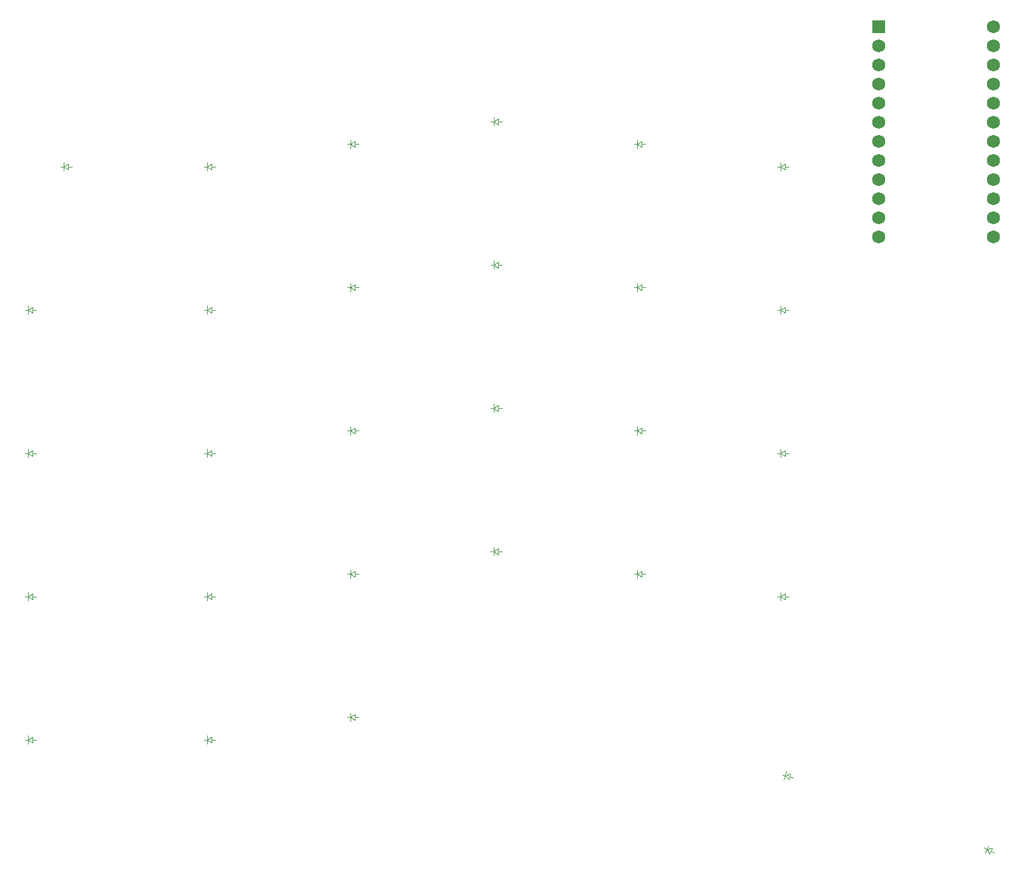
<source format=gbr>
%TF.GenerationSoftware,KiCad,Pcbnew,7.0.2-6a45011f42~172~ubuntu22.04.1*%
%TF.CreationDate,2023-05-03T20:51:48-04:00*%
%TF.ProjectId,left,6c656674-2e6b-4696-9361-645f70636258,v1.0.0*%
%TF.SameCoordinates,Original*%
%TF.FileFunction,Legend,Top*%
%TF.FilePolarity,Positive*%
%FSLAX46Y46*%
G04 Gerber Fmt 4.6, Leading zero omitted, Abs format (unit mm)*
G04 Created by KiCad (PCBNEW 7.0.2-6a45011f42~172~ubuntu22.04.1) date 2023-05-03 20:51:48*
%MOMM*%
%LPD*%
G01*
G04 APERTURE LIST*
%ADD10C,0.100000*%
%ADD11C,1.752600*%
%ADD12R,1.752600X1.752600*%
G04 APERTURE END LIST*
D10*
%TO.C,D29*%
X172850525Y-145984729D02*
X173303679Y-146196038D01*
X172681478Y-146347252D02*
X172306740Y-145731158D01*
X173019572Y-145622205D02*
X172681478Y-146347252D01*
X172306740Y-145731158D02*
X173019572Y-145622205D01*
X172306740Y-145731158D02*
X172074300Y-146229627D01*
X172306740Y-145731158D02*
X172539180Y-145232688D01*
X171944217Y-145562110D02*
X172306740Y-145731158D01*
%TO.C,D1*%
X45487500Y-131200000D02*
X45987500Y-131200000D01*
X45487500Y-131600000D02*
X44887500Y-131200000D01*
X45487500Y-130800000D02*
X45487500Y-131600000D01*
X44887500Y-131200000D02*
X45487500Y-130800000D01*
X44887500Y-131200000D02*
X44887500Y-131750000D01*
X44887500Y-131200000D02*
X44887500Y-130650000D01*
X44487500Y-131200000D02*
X44887500Y-131200000D01*
%TO.C,D2*%
X45487500Y-112150000D02*
X45987500Y-112150000D01*
X45487500Y-112550000D02*
X44887500Y-112150000D01*
X45487500Y-111750000D02*
X45487500Y-112550000D01*
X44887500Y-112150000D02*
X45487500Y-111750000D01*
X44887500Y-112150000D02*
X44887500Y-112700000D01*
X44887500Y-112150000D02*
X44887500Y-111600000D01*
X44487500Y-112150000D02*
X44887500Y-112150000D01*
%TO.C,D3*%
X45487500Y-93100000D02*
X45987500Y-93100000D01*
X45487500Y-93500000D02*
X44887500Y-93100000D01*
X45487500Y-92700000D02*
X45487500Y-93500000D01*
X44887500Y-93100000D02*
X45487500Y-92700000D01*
X44887500Y-93100000D02*
X44887500Y-93650000D01*
X44887500Y-93100000D02*
X44887500Y-92550000D01*
X44487500Y-93100000D02*
X44887500Y-93100000D01*
%TO.C,D4*%
X45487500Y-74050000D02*
X45987500Y-74050000D01*
X45487500Y-74450000D02*
X44887500Y-74050000D01*
X45487500Y-73650000D02*
X45487500Y-74450000D01*
X44887500Y-74050000D02*
X45487500Y-73650000D01*
X44887500Y-74050000D02*
X44887500Y-74600000D01*
X44887500Y-74050000D02*
X44887500Y-73500000D01*
X44487500Y-74050000D02*
X44887500Y-74050000D01*
%TO.C,D5*%
X50250000Y-55000000D02*
X50750000Y-55000000D01*
X50250000Y-55400000D02*
X49650000Y-55000000D01*
X50250000Y-54600000D02*
X50250000Y-55400000D01*
X49650000Y-55000000D02*
X50250000Y-54600000D01*
X49650000Y-55000000D02*
X49650000Y-55550000D01*
X49650000Y-55000000D02*
X49650000Y-54450000D01*
X49250000Y-55000000D02*
X49650000Y-55000000D01*
%TO.C,D6*%
X69300000Y-131200000D02*
X69800000Y-131200000D01*
X69300000Y-131600000D02*
X68700000Y-131200000D01*
X69300000Y-130800000D02*
X69300000Y-131600000D01*
X68700000Y-131200000D02*
X69300000Y-130800000D01*
X68700000Y-131200000D02*
X68700000Y-131750000D01*
X68700000Y-131200000D02*
X68700000Y-130650000D01*
X68300000Y-131200000D02*
X68700000Y-131200000D01*
%TO.C,D7*%
X69300000Y-112150000D02*
X69800000Y-112150000D01*
X69300000Y-112550000D02*
X68700000Y-112150000D01*
X69300000Y-111750000D02*
X69300000Y-112550000D01*
X68700000Y-112150000D02*
X69300000Y-111750000D01*
X68700000Y-112150000D02*
X68700000Y-112700000D01*
X68700000Y-112150000D02*
X68700000Y-111600000D01*
X68300000Y-112150000D02*
X68700000Y-112150000D01*
%TO.C,D8*%
X69300000Y-93100000D02*
X69800000Y-93100000D01*
X69300000Y-93500000D02*
X68700000Y-93100000D01*
X69300000Y-92700000D02*
X69300000Y-93500000D01*
X68700000Y-93100000D02*
X69300000Y-92700000D01*
X68700000Y-93100000D02*
X68700000Y-93650000D01*
X68700000Y-93100000D02*
X68700000Y-92550000D01*
X68300000Y-93100000D02*
X68700000Y-93100000D01*
%TO.C,D9*%
X69300000Y-74050000D02*
X69800000Y-74050000D01*
X69300000Y-74450000D02*
X68700000Y-74050000D01*
X69300000Y-73650000D02*
X69300000Y-74450000D01*
X68700000Y-74050000D02*
X69300000Y-73650000D01*
X68700000Y-74050000D02*
X68700000Y-74600000D01*
X68700000Y-74050000D02*
X68700000Y-73500000D01*
X68300000Y-74050000D02*
X68700000Y-74050000D01*
%TO.C,D10*%
X69300000Y-55000000D02*
X69800000Y-55000000D01*
X69300000Y-55400000D02*
X68700000Y-55000000D01*
X69300000Y-54600000D02*
X69300000Y-55400000D01*
X68700000Y-55000000D02*
X69300000Y-54600000D01*
X68700000Y-55000000D02*
X68700000Y-55550000D01*
X68700000Y-55000000D02*
X68700000Y-54450000D01*
X68300000Y-55000000D02*
X68700000Y-55000000D01*
%TO.C,D11*%
X88350000Y-128200000D02*
X88850000Y-128200000D01*
X88350000Y-128600000D02*
X87750000Y-128200000D01*
X88350000Y-127800000D02*
X88350000Y-128600000D01*
X87750000Y-128200000D02*
X88350000Y-127800000D01*
X87750000Y-128200000D02*
X87750000Y-128750000D01*
X87750000Y-128200000D02*
X87750000Y-127650000D01*
X87350000Y-128200000D02*
X87750000Y-128200000D01*
%TO.C,D12*%
X88350000Y-109150000D02*
X88850000Y-109150000D01*
X88350000Y-109550000D02*
X87750000Y-109150000D01*
X88350000Y-108750000D02*
X88350000Y-109550000D01*
X87750000Y-109150000D02*
X88350000Y-108750000D01*
X87750000Y-109150000D02*
X87750000Y-109700000D01*
X87750000Y-109150000D02*
X87750000Y-108600000D01*
X87350000Y-109150000D02*
X87750000Y-109150000D01*
%TO.C,D13*%
X88350000Y-90100000D02*
X88850000Y-90100000D01*
X88350000Y-90500000D02*
X87750000Y-90100000D01*
X88350000Y-89700000D02*
X88350000Y-90500000D01*
X87750000Y-90100000D02*
X88350000Y-89700000D01*
X87750000Y-90100000D02*
X87750000Y-90650000D01*
X87750000Y-90100000D02*
X87750000Y-89550000D01*
X87350000Y-90100000D02*
X87750000Y-90100000D01*
%TO.C,D14*%
X88350000Y-71050000D02*
X88850000Y-71050000D01*
X88350000Y-71450000D02*
X87750000Y-71050000D01*
X88350000Y-70650000D02*
X88350000Y-71450000D01*
X87750000Y-71050000D02*
X88350000Y-70650000D01*
X87750000Y-71050000D02*
X87750000Y-71600000D01*
X87750000Y-71050000D02*
X87750000Y-70500000D01*
X87350000Y-71050000D02*
X87750000Y-71050000D01*
%TO.C,D15*%
X88350000Y-52000000D02*
X88850000Y-52000000D01*
X88350000Y-52400000D02*
X87750000Y-52000000D01*
X88350000Y-51600000D02*
X88350000Y-52400000D01*
X87750000Y-52000000D02*
X88350000Y-51600000D01*
X87750000Y-52000000D02*
X87750000Y-52550000D01*
X87750000Y-52000000D02*
X87750000Y-51450000D01*
X87350000Y-52000000D02*
X87750000Y-52000000D01*
%TO.C,D16*%
X107400000Y-106150000D02*
X107900000Y-106150000D01*
X107400000Y-106550000D02*
X106800000Y-106150000D01*
X107400000Y-105750000D02*
X107400000Y-106550000D01*
X106800000Y-106150000D02*
X107400000Y-105750000D01*
X106800000Y-106150000D02*
X106800000Y-106700000D01*
X106800000Y-106150000D02*
X106800000Y-105600000D01*
X106400000Y-106150000D02*
X106800000Y-106150000D01*
%TO.C,D17*%
X107400000Y-87100000D02*
X107900000Y-87100000D01*
X107400000Y-87500000D02*
X106800000Y-87100000D01*
X107400000Y-86700000D02*
X107400000Y-87500000D01*
X106800000Y-87100000D02*
X107400000Y-86700000D01*
X106800000Y-87100000D02*
X106800000Y-87650000D01*
X106800000Y-87100000D02*
X106800000Y-86550000D01*
X106400000Y-87100000D02*
X106800000Y-87100000D01*
%TO.C,D18*%
X107400000Y-68050000D02*
X107900000Y-68050000D01*
X107400000Y-68450000D02*
X106800000Y-68050000D01*
X107400000Y-67650000D02*
X107400000Y-68450000D01*
X106800000Y-68050000D02*
X107400000Y-67650000D01*
X106800000Y-68050000D02*
X106800000Y-68600000D01*
X106800000Y-68050000D02*
X106800000Y-67500000D01*
X106400000Y-68050000D02*
X106800000Y-68050000D01*
%TO.C,D19*%
X107400000Y-49000000D02*
X107900000Y-49000000D01*
X107400000Y-49400000D02*
X106800000Y-49000000D01*
X107400000Y-48600000D02*
X107400000Y-49400000D01*
X106800000Y-49000000D02*
X107400000Y-48600000D01*
X106800000Y-49000000D02*
X106800000Y-49550000D01*
X106800000Y-49000000D02*
X106800000Y-48450000D01*
X106400000Y-49000000D02*
X106800000Y-49000000D01*
%TO.C,D20*%
X126450000Y-109150000D02*
X126950000Y-109150000D01*
X126450000Y-109550000D02*
X125850000Y-109150000D01*
X126450000Y-108750000D02*
X126450000Y-109550000D01*
X125850000Y-109150000D02*
X126450000Y-108750000D01*
X125850000Y-109150000D02*
X125850000Y-109700000D01*
X125850000Y-109150000D02*
X125850000Y-108600000D01*
X125450000Y-109150000D02*
X125850000Y-109150000D01*
%TO.C,D21*%
X126450000Y-90100000D02*
X126950000Y-90100000D01*
X126450000Y-90500000D02*
X125850000Y-90100000D01*
X126450000Y-89700000D02*
X126450000Y-90500000D01*
X125850000Y-90100000D02*
X126450000Y-89700000D01*
X125850000Y-90100000D02*
X125850000Y-90650000D01*
X125850000Y-90100000D02*
X125850000Y-89550000D01*
X125450000Y-90100000D02*
X125850000Y-90100000D01*
%TO.C,D22*%
X125450000Y-71050000D02*
X125850000Y-71050000D01*
X125850000Y-71050000D02*
X125850000Y-70500000D01*
X125850000Y-71050000D02*
X125850000Y-71600000D01*
X125850000Y-71050000D02*
X126450000Y-70650000D01*
X126450000Y-70650000D02*
X126450000Y-71450000D01*
X126450000Y-71450000D02*
X125850000Y-71050000D01*
X126450000Y-71050000D02*
X126950000Y-71050000D01*
%TO.C,D23*%
X126450000Y-52000000D02*
X126950000Y-52000000D01*
X126450000Y-52400000D02*
X125850000Y-52000000D01*
X126450000Y-51600000D02*
X126450000Y-52400000D01*
X125850000Y-52000000D02*
X126450000Y-51600000D01*
X125850000Y-52000000D02*
X125850000Y-52550000D01*
X125850000Y-52000000D02*
X125850000Y-51450000D01*
X125450000Y-52000000D02*
X125850000Y-52000000D01*
%TO.C,D24*%
X145500000Y-112150000D02*
X146000000Y-112150000D01*
X145500000Y-112550000D02*
X144900000Y-112150000D01*
X145500000Y-111750000D02*
X145500000Y-112550000D01*
X144900000Y-112150000D02*
X145500000Y-111750000D01*
X144900000Y-112150000D02*
X144900000Y-112700000D01*
X144900000Y-112150000D02*
X144900000Y-111600000D01*
X144500000Y-112150000D02*
X144900000Y-112150000D01*
%TO.C,D25*%
X145500000Y-93100000D02*
X146000000Y-93100000D01*
X145500000Y-93500000D02*
X144900000Y-93100000D01*
X145500000Y-92700000D02*
X145500000Y-93500000D01*
X144900000Y-93100000D02*
X145500000Y-92700000D01*
X144900000Y-93100000D02*
X144900000Y-93650000D01*
X144900000Y-93100000D02*
X144900000Y-92550000D01*
X144500000Y-93100000D02*
X144900000Y-93100000D01*
%TO.C,D26*%
X145500000Y-74050000D02*
X146000000Y-74050000D01*
X145500000Y-74450000D02*
X144900000Y-74050000D01*
X145500000Y-73650000D02*
X145500000Y-74450000D01*
X144900000Y-74050000D02*
X145500000Y-73650000D01*
X144900000Y-74050000D02*
X144900000Y-74600000D01*
X144900000Y-74050000D02*
X144900000Y-73500000D01*
X144500000Y-74050000D02*
X144900000Y-74050000D01*
%TO.C,D27*%
X145500000Y-55000000D02*
X146000000Y-55000000D01*
X145500000Y-55400000D02*
X144900000Y-55000000D01*
X145500000Y-54600000D02*
X145500000Y-55400000D01*
X144900000Y-55000000D02*
X145500000Y-54600000D01*
X144900000Y-55000000D02*
X144900000Y-55550000D01*
X144900000Y-55000000D02*
X144900000Y-54450000D01*
X144500000Y-55000000D02*
X144900000Y-55000000D01*
%TO.C,D28*%
X146097386Y-136094334D02*
X146580349Y-136223743D01*
X145993859Y-136480704D02*
X145517831Y-135939042D01*
X146200914Y-135707963D02*
X145993859Y-136480704D01*
X145517831Y-135939042D02*
X146200914Y-135707963D01*
X145517831Y-135939042D02*
X145375480Y-136470302D01*
X145517831Y-135939042D02*
X145660181Y-135407783D01*
X145131461Y-135835515D02*
X145517831Y-135939042D01*
%TD*%
D11*
%TO.C,MCU1*%
X173185000Y-64370000D03*
X173185000Y-61830000D03*
X173185000Y-59290000D03*
X173185000Y-56750000D03*
X173185000Y-54210000D03*
X173185000Y-51670000D03*
X173185000Y-49130000D03*
X173185000Y-46590000D03*
X173185000Y-44050000D03*
X173185000Y-41510000D03*
X173185000Y-38970000D03*
X173185000Y-36430000D03*
X157945000Y-64370000D03*
X157945000Y-61830000D03*
X157945000Y-59290000D03*
X157945000Y-56750000D03*
X157945000Y-54210000D03*
X157945000Y-51670000D03*
X157945000Y-49130000D03*
X157945000Y-46590000D03*
X157945000Y-44050000D03*
X157945000Y-41510000D03*
X157945000Y-38970000D03*
D12*
X157945000Y-36430000D03*
%TD*%
M02*

</source>
